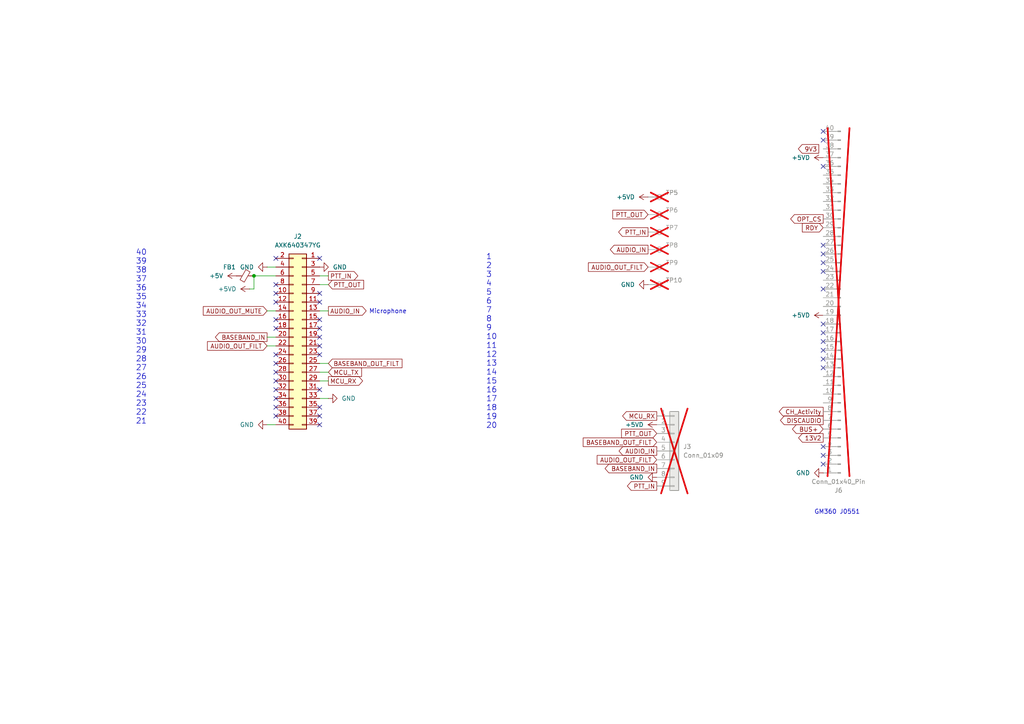
<source format=kicad_sch>
(kicad_sch (version 20250114) (generator "eeschema") (generator_version "9.0")
  (paper "A4")
  (title_block (title "Micro17 - OpenRTX on a Module for ICOM radios") (date "13.06.2025") (rev "A") (company "Wojciech SP5WWP, Mano ON6RF, Mutlu TA1MD et al.") (comment 1 "M17 Project, OpenRTX"))
  (lib_symbols
    (symbol "Connector:Conn_01x40_Pin" (pin_names (offset 1.016) (hide yes))
      (property "Reference" "J" (at 0 50.8 0))
      (property "Value" "Conn_01x40_Pin" (at 0 -53.34 0))
      (symbol "Conn_01x40_Pin_1_1"
        (rectangle (start 0.8636 48.387) (end 0 48.133) (stroke (width 0.1524)) (fill (type outline)))
        (rectangle (start 0.8636 45.847) (end 0 45.593) (stroke (width 0.1524)) (fill (type outline)))
        (rectangle (start 0.8636 43.307) (end 0 43.053) (stroke (width 0.1524)) (fill (type outline)))
        (rectangle (start 0.8636 40.767) (end 0 40.513) (stroke (width 0.1524)) (fill (type outline)))
        (rectangle (start 0.8636 38.227) (end 0 37.973) (stroke (width 0.1524)) (fill (type outline)))
        (rectangle (start 0.8636 35.687) (end 0 35.433) (stroke (width 0.1524)) (fill (type outline)))
        (rectangle (start 0.8636 33.147) (end 0 32.893) (stroke (width 0.1524)) (fill (type outline)))
        (rectangle (start 0.8636 30.607) (end 0 30.353) (stroke (width 0.1524)) (fill (type outline)))
        (rectangle (start 0.8636 28.067) (end 0 27.813) (stroke (width 0.1524)) (fill (type outline)))
        (rectangle (start 0.8636 25.527) (end 0 25.273) (stroke (width 0.1524)) (fill (type outline)))
        (rectangle (start 0.8636 22.987) (end 0 22.733) (stroke (width 0.1524)) (fill (type outline)))
        (rectangle (start 0.8636 20.447) (end 0 20.193) (stroke (width 0.1524)) (fill (type outline)))
        (rectangle (start 0.8636 17.907) (end 0 17.653) (stroke (width 0.1524)) (fill (type outline)))
        (rectangle (start 0.8636 15.367) (end 0 15.113) (stroke (width 0.1524)) (fill (type outline)))
        (rectangle (start 0.8636 12.827) (end 0 12.573) (stroke (width 0.1524)) (fill (type outline)))
        (rectangle (start 0.8636 10.287) (end 0 10.033) (stroke (width 0.1524)) (fill (type outline)))
        (rectangle (start 0.8636 7.747) (end 0 7.493) (stroke (width 0.1524)) (fill (type outline)))
        (rectangle (start 0.8636 5.207) (end 0 4.953) (stroke (width 0.1524)) (fill (type outline)))
        (rectangle (start 0.8636 2.667) (end 0 2.413) (stroke (width 0.1524)) (fill (type outline)))
        (rectangle (start 0.8636 0.127) (end 0 -0.127) (stroke (width 0.1524)) (fill (type outline)))
        (rectangle (start 0.8636 -2.413) (end 0 -2.667) (stroke (width 0.1524)) (fill (type outline)))
        (rectangle (start 0.8636 -4.953) (end 0 -5.207) (stroke (width 0.1524)) (fill (type outline)))
        (rectangle (start 0.8636 -7.493) (end 0 -7.747) (stroke (width 0.1524)) (fill (type outline)))
        (rectangle (start 0.8636 -10.033) (end 0 -10.287) (stroke (width 0.1524)) (fill (type outline)))
        (rectangle (start 0.8636 -12.573) (end 0 -12.827) (stroke (width 0.1524)) (fill (type outline)))
        (rectangle (start 0.8636 -15.113) (end 0 -15.367) (stroke (width 0.1524)) (fill (type outline)))
        (rectangle (start 0.8636 -17.653) (end 0 -17.907) (stroke (width 0.1524)) (fill (type outline)))
        (rectangle (start 0.8636 -20.193) (end 0 -20.447) (stroke (width 0.1524)) (fill (type outline)))
        (rectangle (start 0.8636 -22.733) (end 0 -22.987) (stroke (width 0.1524)) (fill (type outline)))
        (rectangle (start 0.8636 -25.273) (end 0 -25.527) (stroke (width 0.1524)) (fill (type outline)))
        (rectangle (start 0.8636 -27.813) (end 0 -28.067) (stroke (width 0.1524)) (fill (type outline)))
        (rectangle (start 0.8636 -30.353) (end 0 -30.607) (stroke (width 0.1524)) (fill (type outline)))
        (rectangle (start 0.8636 -32.893) (end 0 -33.147) (stroke (width 0.1524)) (fill (type outline)))
        (rectangle (start 0.8636 -35.433) (end 0 -35.687) (stroke (width 0.1524)) (fill (type outline)))
        (rectangle (start 0.8636 -37.973) (end 0 -38.227) (stroke (width 0.1524)) (fill (type outline)))
        (rectangle (start 0.8636 -40.513) (end 0 -40.767) (stroke (width 0.1524)) (fill (type outline)))
        (rectangle (start 0.8636 -43.053) (end 0 -43.307) (stroke (width 0.1524)) (fill (type outline)))
        (rectangle (start 0.8636 -45.593) (end 0 -45.847) (stroke (width 0.1524)) (fill (type outline)))
        (rectangle (start 0.8636 -48.133) (end 0 -48.387) (stroke (width 0.1524)) (fill (type outline)))
        (rectangle (start 0.8636 -50.673) (end 0 -50.927) (stroke (width 0.1524)) (fill (type outline)))
        (polyline (pts (xy 1.27 48.26) (xy 0.8636 48.26)) (stroke (width 0.1524)))
        (polyline (pts (xy 1.27 45.72) (xy 0.8636 45.72)) (stroke (width 0.1524)))
        (polyline (pts (xy 1.27 43.18) (xy 0.8636 43.18)) (stroke (width 0.1524)))
        (polyline (pts (xy 1.27 40.64) (xy 0.8636 40.64)) (stroke (width 0.1524)))
        (polyline (pts (xy 1.27 38.1) (xy 0.8636 38.1)) (stroke (width 0.1524)))
        (polyline (pts (xy 1.27 35.56) (xy 0.8636 35.56)) (stroke (width 0.1524)))
        (polyline (pts (xy 1.27 33.02) (xy 0.8636 33.02)) (stroke (width 0.1524)))
        (polyline (pts (xy 1.27 30.48) (xy 0.8636 30.48)) (stroke (width 0.1524)))
        (polyline (pts (xy 1.27 27.94) (xy 0.8636 27.94)) (stroke (width 0.1524)))
        (polyline (pts (xy 1.27 25.4) (xy 0.8636 25.4)) (stroke (width 0.1524)))
        (polyline (pts (xy 1.27 22.86) (xy 0.8636 22.86)) (stroke (width 0.1524)))
        (polyline (pts (xy 1.27 20.32) (xy 0.8636 20.32)) (stroke (width 0.1524)))
        (polyline (pts (xy 1.27 17.78) (xy 0.8636 17.78)) (stroke (width 0.1524)))
        (polyline (pts (xy 1.27 15.24) (xy 0.8636 15.24)) (stroke (width 0.1524)))
        (polyline (pts (xy 1.27 12.7) (xy 0.8636 12.7)) (stroke (width 0.1524)))
        (polyline (pts (xy 1.27 10.16) (xy 0.8636 10.16)) (stroke (width 0.1524)))
        (polyline (pts (xy 1.27 7.62) (xy 0.8636 7.62)) (stroke (width 0.1524)))
        (polyline (pts (xy 1.27 5.08) (xy 0.8636 5.08)) (stroke (width 0.1524)))
        (polyline (pts (xy 1.27 2.54) (xy 0.8636 2.54)) (stroke (width 0.1524)))
        (polyline (pts (xy 1.27 0) (xy 0.8636 0)) (stroke (width 0.1524)))
        (polyline (pts (xy 1.27 -2.54) (xy 0.8636 -2.54)) (stroke (width 0.1524)))
        (polyline (pts (xy 1.27 -5.08) (xy 0.8636 -5.08)) (stroke (width 0.1524)))
        (polyline (pts (xy 1.27 -7.62) (xy 0.8636 -7.62)) (stroke (width 0.1524)))
        (polyline (pts (xy 1.27 -10.16) (xy 0.8636 -10.16)) (stroke (width 0.1524)))
        (polyline (pts (xy 1.27 -12.7) (xy 0.8636 -12.7)) (stroke (width 0.1524)))
        (polyline (pts (xy 1.27 -15.24) (xy 0.8636 -15.24)) (stroke (width 0.1524)))
        (polyline (pts (xy 1.27 -17.78) (xy 0.8636 -17.78)) (stroke (width 0.1524)))
        (polyline (pts (xy 1.27 -20.32) (xy 0.8636 -20.32)) (stroke (width 0.1524)))
        (polyline (pts (xy 1.27 -22.86) (xy 0.8636 -22.86)) (stroke (width 0.1524)))
        (polyline (pts (xy 1.27 -25.4) (xy 0.8636 -25.4)) (stroke (width 0.1524)))
        (polyline (pts (xy 1.27 -27.94) (xy 0.8636 -27.94)) (stroke (width 0.1524)))
        (polyline (pts (xy 1.27 -30.48) (xy 0.8636 -30.48)) (stroke (width 0.1524)))
        (polyline (pts (xy 1.27 -33.02) (xy 0.8636 -33.02)) (stroke (width 0.1524)))
        (polyline (pts (xy 1.27 -35.56) (xy 0.8636 -35.56)) (stroke (width 0.1524)))
        (polyline (pts (xy 1.27 -38.1) (xy 0.8636 -38.1)) (stroke (width 0.1524)))
        (polyline (pts (xy 1.27 -40.64) (xy 0.8636 -40.64)) (stroke (width 0.1524)))
        (polyline (pts (xy 1.27 -43.18) (xy 0.8636 -43.18)) (stroke (width 0.1524)))
        (polyline (pts (xy 1.27 -45.72) (xy 0.8636 -45.72)) (stroke (width 0.1524)))
        (polyline (pts (xy 1.27 -48.26) (xy 0.8636 -48.26)) (stroke (width 0.1524)))
        (polyline (pts (xy 1.27 -50.8) (xy 0.8636 -50.8)) (stroke (width 0.1524)))
        (pin passive line (at 5.08 48.26 180) (length 3.81) (name "Pin_1") (number "1"))
        (pin passive line (at 5.08 45.72 180) (length 3.81) (name "Pin_2") (number "2"))
        (pin passive line (at 5.08 43.18 180) (length 3.81) (name "Pin_3") (number "3"))
        (pin passive line (at 5.08 40.64 180) (length 3.81) (name "Pin_4") (number "4"))
        (pin passive line (at 5.08 38.1 180) (length 3.81) (name "Pin_5") (number "5"))
        (pin passive line (at 5.08 35.56 180) (length 3.81) (name "Pin_6") (number "6"))
        (pin passive line (at 5.08 33.02 180) (length 3.81) (name "Pin_7") (number "7"))
        (pin passive line (at 5.08 30.48 180) (length 3.81) (name "Pin_8") (number "8"))
        (pin passive line (at 5.08 27.94 180) (length 3.81) (name "Pin_9") (number "9"))
        (pin passive line (at 5.08 25.4 180) (length 3.81) (name "Pin_10") (number "10"))
        (pin passive line (at 5.08 22.86 180) (length 3.81) (name "Pin_11") (number "11"))
        (pin passive line (at 5.08 20.32 180) (length 3.81) (name "Pin_12") (number "12"))
        (pin passive line (at 5.08 17.78 180) (length 3.81) (name "Pin_13") (number "13"))
        (pin passive line (at 5.08 15.24 180) (length 3.81) (name "Pin_14") (number "14"))
        (pin passive line (at 5.08 12.7 180) (length 3.81) (name "Pin_15") (number "15"))
        (pin passive line (at 5.08 10.16 180) (length 3.81) (name "Pin_16") (number "16"))
        (pin passive line (at 5.08 7.62 180) (length 3.81) (name "Pin_17") (number "17"))
        (pin passive line (at 5.08 5.08 180) (length 3.81) (name "Pin_18") (number "18"))
        (pin passive line (at 5.08 2.54 180) (length 3.81) (name "Pin_19") (number "19"))
        (pin passive line (at 5.08 0 180) (length 3.81) (name "Pin_20") (number "20"))
        (pin passive line (at 5.08 -2.54 180) (length 3.81) (name "Pin_21") (number "21"))
        (pin passive line (at 5.08 -5.08 180) (length 3.81) (name "Pin_22") (number "22"))
        (pin passive line (at 5.08 -7.62 180) (length 3.81) (name "Pin_23") (number "23"))
        (pin passive line (at 5.08 -10.16 180) (length 3.81) (name "Pin_24") (number "24"))
        (pin passive line (at 5.08 -12.7 180) (length 3.81) (name "Pin_25") (number "25"))
        (pin passive line (at 5.08 -15.24 180) (length 3.81) (name "Pin_26") (number "26"))
        (pin passive line (at 5.08 -17.78 180) (length 3.81) (name "Pin_27") (number "27"))
        (pin passive line (at 5.08 -20.32 180) (length 3.81) (name "Pin_28") (number "28"))
        (pin passive line (at 5.08 -22.86 180) (length 3.81) (name "Pin_29") (number "29"))
        (pin passive line (at 5.08 -25.4 180) (length 3.81) (name "Pin_30") (number "30"))
        (pin passive line (at 5.08 -27.94 180) (length 3.81) (name "Pin_31") (number "31"))
        (pin passive line (at 5.08 -30.48 180) (length 3.81) (name "Pin_32") (number "32"))
        (pin passive line (at 5.08 -33.02 180) (length 3.81) (name "Pin_33") (number "33"))
        (pin passive line (at 5.08 -35.56 180) (length 3.81) (name "Pin_34") (number "34"))
        (pin passive line (at 5.08 -38.1 180) (length 3.81) (name "Pin_35") (number "35"))
        (pin passive line (at 5.08 -40.64 180) (length 3.81) (name "Pin_36") (number "36"))
        (pin passive line (at 5.08 -43.18 180) (length 3.81) (name "Pin_37") (number "37"))
        (pin passive line (at 5.08 -45.72 180) (length 3.81) (name "Pin_38") (number "38"))
        (pin passive line (at 5.08 -48.26 180) (length 3.81) (name "Pin_39") (number "39"))
        (pin passive line (at 5.08 -50.8 180) (length 3.81) (name "Pin_40") (number "40"))
      )
    )
    (symbol "Connector:TestPoint" (pin_numbers (hide yes)) (pin_names (offset 0.762) (hide yes))
      (property "Reference" "TP" (at 0 6.858 0))
      (property "Value" "TestPoint" (at 0 5.08 0))
      (symbol "TestPoint_0_1"
        (circle (center 0 3.302) (radius 0.762))
      )
      (symbol "TestPoint_1_1"
        (pin passive line (at 0 0 90) (length 2.54) (name "1") (number "1"))
      )
    )
    (symbol "Connector_Generic:Conn_01x09" (pin_names (offset 1.016) (hide yes))
      (property "Reference" "J" (at 0 12.7 0))
      (property "Value" "Conn_01x09" (at 0 -12.7 0))
      (symbol "Conn_01x09_1_1"
        (rectangle (start -1.27 11.43) (end 1.27 -11.43) (stroke (width 0.254)) (fill (type background)))
        (rectangle (start -1.27 10.287) (end 0 10.033) (stroke (width 0.1524)))
        (rectangle (start -1.27 7.747) (end 0 7.493) (stroke (width 0.1524)))
        (rectangle (start -1.27 5.207) (end 0 4.953) (stroke (width 0.1524)))
        (rectangle (start -1.27 2.667) (end 0 2.413) (stroke (width 0.1524)))
        (rectangle (start -1.27 0.127) (end 0 -0.127) (stroke (width 0.1524)))
        (rectangle (start -1.27 -2.413) (end 0 -2.667) (stroke (width 0.1524)))
        (rectangle (start -1.27 -4.953) (end 0 -5.207) (stroke (width 0.1524)))
        (rectangle (start -1.27 -7.493) (end 0 -7.747) (stroke (width 0.1524)))
        (rectangle (start -1.27 -10.033) (end 0 -10.287) (stroke (width 0.1524)))
        (pin passive line (at -5.08 10.16 0) (length 3.81) (name "Pin_1") (number "1"))
        (pin passive line (at -5.08 7.62 0) (length 3.81) (name "Pin_2") (number "2"))
        (pin passive line (at -5.08 5.08 0) (length 3.81) (name "Pin_3") (number "3"))
        (pin passive line (at -5.08 2.54 0) (length 3.81) (name "Pin_4") (number "4"))
        (pin passive line (at -5.08 0 0) (length 3.81) (name "Pin_5") (number "5"))
        (pin passive line (at -5.08 -2.54 0) (length 3.81) (name "Pin_6") (number "6"))
        (pin passive line (at -5.08 -5.08 0) (length 3.81) (name "Pin_7") (number "7"))
        (pin passive line (at -5.08 -7.62 0) (length 3.81) (name "Pin_8") (number "8"))
        (pin passive line (at -5.08 -10.16 0) (length 3.81) (name "Pin_9") (number "9"))
      )
    )
    (symbol "Connector_Generic:Conn_02x20_Odd_Even" (pin_names (offset 1.016) (hide yes))
      (property "Reference" "J" (at 1.27 25.4 0))
      (property "Value" "Conn_02x20_Odd_Even" (at 1.27 -27.94 0))
      (symbol "Conn_02x20_Odd_Even_1_1"
        (rectangle (start -1.27 24.13) (end 3.81 -26.67) (stroke (width 0.254)) (fill (type background)))
        (rectangle (start -1.27 22.987) (end 0 22.733) (stroke (width 0.1524)))
        (rectangle (start -1.27 20.447) (end 0 20.193) (stroke (width 0.1524)))
        (rectangle (start -1.27 17.907) (end 0 17.653) (stroke (width 0.1524)))
        (rectangle (start -1.27 15.367) (end 0 15.113) (stroke (width 0.1524)))
        (rectangle (start -1.27 12.827) (end 0 12.573) (stroke (width 0.1524)))
        (rectangle (start -1.27 10.287) (end 0 10.033) (stroke (width 0.1524)))
        (rectangle (start -1.27 7.747) (end 0 7.493) (stroke (width 0.1524)))
        (rectangle (start -1.27 5.207) (end 0 4.953) (stroke (width 0.1524)))
        (rectangle (start -1.27 2.667) (end 0 2.413) (stroke (width 0.1524)))
        (rectangle (start -1.27 0.127) (end 0 -0.127) (stroke (width 0.1524)))
        (rectangle (start -1.27 -2.413) (end 0 -2.667) (stroke (width 0.1524)))
        (rectangle (start -1.27 -4.953) (end 0 -5.207) (stroke (width 0.1524)))
        (rectangle (start -1.27 -7.493) (end 0 -7.747) (stroke (width 0.1524)))
        (rectangle (start -1.27 -10.033) (end 0 -10.287) (stroke (width 0.1524)))
        (rectangle (start -1.27 -12.573) (end 0 -12.827) (stroke (width 0.1524)))
        (rectangle (start -1.27 -15.113) (end 0 -15.367) (stroke (width 0.1524)))
        (rectangle (start -1.27 -17.653) (end 0 -17.907) (stroke (width 0.1524)))
        (rectangle (start -1.27 -20.193) (end 0 -20.447) (stroke (width 0.1524)))
        (rectangle (start -1.27 -22.733) (end 0 -22.987) (stroke (width 0.1524)))
        (rectangle (start -1.27 -25.273) (end 0 -25.527) (stroke (width 0.1524)))
        (rectangle (start 3.81 22.987) (end 2.54 22.733) (stroke (width 0.1524)))
        (rectangle (start 3.81 20.447) (end 2.54 20.193) (stroke (width 0.1524)))
        (rectangle (start 3.81 17.907) (end 2.54 17.653) (stroke (width 0.1524)))
        (rectangle (start 3.81 15.367) (end 2.54 15.113) (stroke (width 0.1524)))
        (rectangle (start 3.81 12.827) (end 2.54 12.573) (stroke (width 0.1524)))
        (rectangle (start 3.81 10.287) (end 2.54 10.033) (stroke (width 0.1524)))
        (rectangle (start 3.81 7.747) (end 2.54 7.493) (stroke (width 0.1524)))
        (rectangle (start 3.81 5.207) (end 2.54 4.953) (stroke (width 0.1524)))
        (rectangle (start 3.81 2.667) (end 2.54 2.413) (stroke (width 0.1524)))
        (rectangle (start 3.81 0.127) (end 2.54 -0.127) (stroke (width 0.1524)))
        (rectangle (start 3.81 -2.413) (end 2.54 -2.667) (stroke (width 0.1524)))
        (rectangle (start 3.81 -4.953) (end 2.54 -5.207) (stroke (width 0.1524)))
        (rectangle (start 3.81 -7.493) (end 2.54 -7.747) (stroke (width 0.1524)))
        (rectangle (start 3.81 -10.033) (end 2.54 -10.287) (stroke (width 0.1524)))
        (rectangle (start 3.81 -12.573) (end 2.54 -12.827) (stroke (width 0.1524)))
        (rectangle (start 3.81 -15.113) (end 2.54 -15.367) (stroke (width 0.1524)))
        (rectangle (start 3.81 -17.653) (end 2.54 -17.907) (stroke (width 0.1524)))
        (rectangle (start 3.81 -20.193) (end 2.54 -20.447) (stroke (width 0.1524)))
        (rectangle (start 3.81 -22.733) (end 2.54 -22.987) (stroke (width 0.1524)))
        (rectangle (start 3.81 -25.273) (end 2.54 -25.527) (stroke (width 0.1524)))
        (pin passive line (at -5.08 22.86 0) (length 3.81) (name "Pin_1") (number "1"))
        (pin passive line (at -5.08 20.32 0) (length 3.81) (name "Pin_3") (number "3"))
        (pin passive line (at -5.08 17.78 0) (length 3.81) (name "Pin_5") (number "5"))
        (pin passive line (at -5.08 15.24 0) (length 3.81) (name "Pin_7") (number "7"))
        (pin passive line (at -5.08 12.7 0) (length 3.81) (name "Pin_9") (number "9"))
        (pin passive line (at -5.08 10.16 0) (length 3.81) (name "Pin_11") (number "11"))
        (pin passive line (at -5.08 7.62 0) (length 3.81) (name "Pin_13") (number "13"))
        (pin passive line (at -5.08 5.08 0) (length 3.81) (name "Pin_15") (number "15"))
        (pin passive line (at -5.08 2.54 0) (length 3.81) (name "Pin_17") (number "17"))
        (pin passive line (at -5.08 0 0) (length 3.81) (name "Pin_19") (number "19"))
        (pin passive line (at -5.08 -2.54 0) (length 3.81) (name "Pin_21") (number "21"))
        (pin passive line (at -5.08 -5.08 0) (length 3.81) (name "Pin_23") (number "23"))
        (pin passive line (at -5.08 -7.62 0) (length 3.81) (name "Pin_25") (number "25"))
        (pin passive line (at -5.08 -10.16 0) (length 3.81) (name "Pin_27") (number "27"))
        (pin passive line (at -5.08 -12.7 0) (length 3.81) (name "Pin_29") (number "29"))
        (pin passive line (at -5.08 -15.24 0) (length 3.81) (name "Pin_31") (number "31"))
        (pin passive line (at -5.08 -17.78 0) (length 3.81) (name "Pin_33") (number "33"))
        (pin passive line (at -5.08 -20.32 0) (length 3.81) (name "Pin_35") (number "35"))
        (pin passive line (at -5.08 -22.86 0) (length 3.81) (name "Pin_37") (number "37"))
        (pin passive line (at -5.08 -25.4 0) (length 3.81) (name "Pin_39") (number "39"))
        (pin passive line (at 7.62 22.86 180) (length 3.81) (name "Pin_2") (number "2"))
        (pin passive line (at 7.62 20.32 180) (length 3.81) (name "Pin_4") (number "4"))
        (pin passive line (at 7.62 17.78 180) (length 3.81) (name "Pin_6") (number "6"))
        (pin passive line (at 7.62 15.24 180) (length 3.81) (name "Pin_8") (number "8"))
        (pin passive line (at 7.62 12.7 180) (length 3.81) (name "Pin_10") (number "10"))
        (pin passive line (at 7.62 10.16 180) (length 3.81) (name "Pin_12") (number "12"))
        (pin passive line (at 7.62 7.62 180) (length 3.81) (name "Pin_14") (number "14"))
        (pin passive line (at 7.62 5.08 180) (length 3.81) (name "Pin_16") (number "16"))
        (pin passive line (at 7.62 2.54 180) (length 3.81) (name "Pin_18") (number "18"))
        (pin passive line (at 7.62 0 180) (length 3.81) (name "Pin_20") (number "20"))
        (pin passive line (at 7.62 -2.54 180) (length 3.81) (name "Pin_22") (number "22"))
        (pin passive line (at 7.62 -5.08 180) (length 3.81) (name "Pin_24") (number "24"))
        (pin passive line (at 7.62 -7.62 180) (length 3.81) (name "Pin_26") (number "26"))
        (pin passive line (at 7.62 -10.16 180) (length 3.81) (name "Pin_28") (number "28"))
        (pin passive line (at 7.62 -12.7 180) (length 3.81) (name "Pin_30") (number "30"))
        (pin passive line (at 7.62 -15.24 180) (length 3.81) (name "Pin_32") (number "32"))
        (pin passive line (at 7.62 -17.78 180) (length 3.81) (name "Pin_34") (number "34"))
        (pin passive line (at 7.62 -20.32 180) (length 3.81) (name "Pin_36") (number "36"))
        (pin passive line (at 7.62 -22.86 180) (length 3.81) (name "Pin_38") (number "38"))
        (pin passive line (at 7.62 -25.4 180) (length 3.81) (name "Pin_40") (number "40"))
      )
    )
    (symbol "Device:FerriteBead_Small" (pin_numbers (hide yes)) (pin_names (offset 0))
      (property "Reference" "FB" (at 1.905 1.27 0))
      (property "Value" "FerriteBead_Small" (at 1.905 -1.27 0))
      (symbol "FerriteBead_Small_0_1"
        (polyline (pts (xy -1.8288 0.2794) (xy -1.1176 1.4986) (xy 1.8288 -0.2032) (xy 1.1176 -1.4224) (xy -1.8288 0.2794)))
        (polyline (pts (xy 0 0.889) (xy 0 1.2954)))
        (polyline (pts (xy 0 -1.27) (xy 0 -0.7874)))
      )
      (symbol "FerriteBead_Small_1_1"
        (pin passive line (at 0 2.54 270) (length 1.27) (name "~") (number "1"))
        (pin passive line (at 0 -2.54 90) (length 1.27) (name "~") (number "2"))
      )
    )
    (symbol "GND_1" (power) (pin_numbers (hide yes)) (pin_names (offset 0) (hide yes))
      (property "Value" "GND" (at 0 -3.81 0))
      (symbol "GND_1_0_1"
        (polyline (pts (xy 0 0) (xy 0 -1.27) (xy 1.27 -1.27) (xy 0 -2.54) (xy -1.27 -1.27) (xy 0 -1.27)))
      )
      (symbol "GND_1_1_1"
        (pin power_in line (at 0 0 270) (length 0) (name "~") (number "1"))
      )
    )
    (symbol "power:+5V" (power) (pin_numbers (hide yes)) (pin_names (offset 0) (hide yes))
      (property "Value" "+5V" (at 0 3.556 0))
      (symbol "+5V_0_1"
        (polyline (pts (xy -0.762 1.27) (xy 0 2.54)))
        (polyline (pts (xy 0 2.54) (xy 0.762 1.27)))
        (polyline (pts (xy 0 0) (xy 0 2.54)))
      )
      (symbol "+5V_1_1"
        (pin power_in line (at 0 0 90) (length 0) (name "~") (number "1"))
      )
    )
    (symbol "power:+5VD" (power) (pin_numbers (hide yes)) (pin_names (offset 0) (hide yes))
      (property "Value" "+5VD" (at 0 3.556 0))
      (symbol "+5VD_0_1"
        (polyline (pts (xy -0.762 1.27) (xy 0 2.54)))
        (polyline (pts (xy 0 2.54) (xy 0.762 1.27)))
        (polyline (pts (xy 0 0) (xy 0 2.54)))
      )
      (symbol "+5VD_1_1"
        (pin power_in line (at 0 0 90) (length 0) (name "~") (number "1"))
      )
    )
  )
  (text "GM360 J0551" (at 242.824 148.59 0) (effects (font (size 1.27 1.27))))
  (text "Microphone" (at 112.522 90.424 0) (effects (font (size 1.27 1.27))))
  (text "40\n39\n38\n37\n36\n35\n34\n33\n32\n31\n30\n29\n28\n27\n26\n25\n24\n23\n22\n21" (at 39.37 123.19 0) (effects (font (size 1.6 1.6)) (justify left bottom)))
  (text "1\n2\n3\n4\n5\n6\n7\n8\n9\n10\n11\n12\n13\n14\n15\n16\n17\n18\n19\n20" (at 140.97 124.46 0) (effects (font (size 1.6 1.6)) (justify left bottom)))
  (junction (at 73.66 80.01))
  (no_connect (at 238.76 73.66))
  (no_connect (at 92.71 118.11))
  (no_connect (at 92.71 95.25))
  (no_connect (at 238.76 78.74))
  (no_connect (at 238.76 71.12))
  (no_connect (at 238.76 104.14))
  (no_connect (at 80.01 110.49))
  (no_connect (at 80.01 74.93))
  (no_connect (at 80.01 87.63))
  (no_connect (at 238.76 106.68))
  (no_connect (at 80.01 115.57))
  (no_connect (at 238.76 134.62))
  (no_connect (at 80.01 85.09))
  (no_connect (at 92.71 87.63))
  (no_connect (at 238.76 83.82))
  (no_connect (at 92.71 120.65))
  (no_connect (at 92.71 102.87))
  (no_connect (at 238.76 132.08))
  (no_connect (at 238.76 40.64))
  (no_connect (at 238.76 96.52))
  (no_connect (at 92.71 123.19))
  (no_connect (at 80.01 102.87))
  (no_connect (at 238.76 99.06))
  (no_connect (at 92.71 100.33))
  (no_connect (at 92.71 113.03))
  (no_connect (at 80.01 118.11))
  (no_connect (at 80.01 105.41))
  (no_connect (at 238.76 76.2))
  (no_connect (at 92.71 92.71))
  (no_connect (at 238.76 101.6))
  (no_connect (at 80.01 95.25))
  (no_connect (at 92.71 74.93))
  (no_connect (at 92.71 97.79))
  (no_connect (at 92.71 85.09))
  (no_connect (at 238.76 38.1))
  (no_connect (at 80.01 120.65))
  (no_connect (at 238.76 48.26))
  (no_connect (at 80.01 113.03))
  (no_connect (at 238.76 93.98))
  (no_connect (at 80.01 82.55))
  (no_connect (at 80.01 92.71))
  (no_connect (at 80.01 107.95))
  (no_connect (at 238.76 129.54))
  (wire (pts (xy 77.47 97.79) (xy 80.01 97.79)))
  (wire (pts (xy 95.25 90.17) (xy 92.71 90.17)))
  (wire (pts (xy 72.39 83.82) (xy 73.66 83.82)))
  (wire (pts (xy 73.66 80.01) (xy 80.01 80.01)))
  (wire (pts (xy 95.25 110.49) (xy 92.71 110.49)))
  (wire (pts (xy 95.25 80.01) (xy 92.71 80.01)))
  (wire (pts (xy 77.47 100.33) (xy 80.01 100.33)))
  (wire (pts (xy 73.66 83.82) (xy 73.66 80.01)))
  (wire (pts (xy 95.25 107.95) (xy 92.71 107.95)))
  (wire (pts (xy 95.25 82.55) (xy 92.71 82.55)))
  (wire (pts (xy 95.25 105.41) (xy 92.71 105.41)))
  (wire (pts (xy 77.47 123.19) (xy 80.01 123.19)))
  (wire (pts (xy 77.47 90.17) (xy 80.01 90.17)))
  (wire (pts (xy 77.47 77.47) (xy 80.01 77.47)))
  (wire (pts (xy 95.25 115.57) (xy 92.71 115.57)))
  (global_label "AUDIO_IN" (shape output) (at 95.25 90.17 0) (property "Intersheetrefs" "${INTERSHEET_REFS}" (effects (hide yes))))
  (global_label "PTT_OUT" (shape input) (at 190.5 125.73 180) (property "Intersheetrefs" "${INTERSHEET_REFS}" (effects (hide yes))))
  (global_label "PTT_IN" (shape output) (at 187.96 67.31 180) (property "Intersheetrefs" "${INTERSHEET_REFS}" (effects (hide yes))))
  (global_label "BASEBAND_IN" (shape output) (at 190.5 135.89 180) (property "Intersheetrefs" "${INTERSHEET_REFS}" (effects (hide yes))))
  (global_label "MCU_RX" (shape output) (at 95.25 110.49 0) (property "Intersheetrefs" "${INTERSHEET_REFS}" (effects (hide yes))))
  (global_label "PTT_OUT" (shape input) (at 95.25 82.55 0) (property "Intersheetrefs" "${INTERSHEET_REFS}" (effects (hide yes))))
  (global_label "AUDIO_OUT_MUTE" (shape input) (at 77.47 90.17 180) (property "Intersheetrefs" "${INTERSHEET_REFS}" (effects (hide yes))))
  (global_label "MCU_RX" (shape output) (at 190.5 120.65 180) (property "Intersheetrefs" "${INTERSHEET_REFS}" (effects (hide yes))))
  (global_label "PTT_IN" (shape output) (at 190.5 140.97 180) (property "Intersheetrefs" "${INTERSHEET_REFS}" (effects (hide yes))))
  (global_label "DISCAUDIO" (shape output) (at 238.76 121.92 180) (property "Intersheetrefs" "${INTERSHEET_REFS}" (effects (hide yes))))
  (global_label "13V2" (shape output) (at 238.76 127 180) (property "Intersheetrefs" "${INTERSHEET_REFS}" (effects (hide yes))))
  (global_label "BUS+" (shape bidirectional) (at 238.76 124.46 180) (property "Intersheetrefs" "${INTERSHEET_REFS}" (effects (hide yes))))
  (global_label "PTT_OUT" (shape input) (at 187.96 62.23 180) (property "Intersheetrefs" "${INTERSHEET_REFS}" (effects (hide yes))))
  (global_label "CH_Activity" (shape output) (at 238.76 119.38 180) (property "Intersheetrefs" "${INTERSHEET_REFS}" (effects (hide yes))))
  (global_label "AUDIO_OUT_FILT" (shape input) (at 77.47 100.33 180) (property "Intersheetrefs" "${INTERSHEET_REFS}" (effects (hide yes))))
  (global_label "OPT_CS" (shape output) (at 238.76 63.5 180) (property "Intersheetrefs" "${INTERSHEET_REFS}" (effects (hide yes))))
  (global_label "PTT_IN" (shape output) (at 95.25 80.01 0) (property "Intersheetrefs" "${INTERSHEET_REFS}" (effects (hide yes))))
  (global_label "BASEBAND_IN" (shape output) (at 77.47 97.79 180) (property "Intersheetrefs" "${INTERSHEET_REFS}" (effects (hide yes))))
  (global_label "AUDIO_IN" (shape output) (at 187.96 72.39 180) (property "Intersheetrefs" "${INTERSHEET_REFS}" (effects (hide yes))))
  (global_label "BASEBAND_OUT_FILT" (shape input) (at 95.25 105.41 0) (property "Intersheetrefs" "${INTERSHEET_REFS}" (effects (hide yes))))
  (global_label "AUDIO_OUT_FILT" (shape input) (at 190.5 133.35 180) (property "Intersheetrefs" "${INTERSHEET_REFS}" (effects (hide yes))))
  (global_label "MCU_TX" (shape input) (at 95.25 107.95 0) (property "Intersheetrefs" "${INTERSHEET_REFS}" (effects (hide yes))))
  (global_label "RDY" (shape input) (at 238.76 66.04 180) (property "Intersheetrefs" "${INTERSHEET_REFS}" (effects (hide yes))))
  (global_label "BASEBAND_OUT_FILT" (shape input) (at 190.5 128.27 180) (property "Intersheetrefs" "${INTERSHEET_REFS}" (effects (hide yes))))
  (global_label "9V3" (shape output) (at 237.49 43.18 180) (property "Intersheetrefs" "${INTERSHEET_REFS}" (effects (hide yes))))
  (global_label "AUDIO_IN" (shape output) (at 190.5 130.81 180) (property "Intersheetrefs" "${INTERSHEET_REFS}" (effects (hide yes))))
  (global_label "AUDIO_OUT_FILT" (shape input) (at 187.96 77.47 180) (property "Intersheetrefs" "${INTERSHEET_REFS}" (effects (hide yes))))
  (symbol (lib_id "power:+5V") (at 68.58 80.01 90) (unit 1)
    (property "Reference" "#PWR069" (effects (hide yes)))
    (property "Value" "+5V" (at 64.77 80.0099 90) (effects (justify left)))
    (property "Description" "Power symbol creates a global label with name \"+5V\"" (effects (hide yes)))
  )
  (symbol (lib_id "power:+5VD") (at 187.96 57.15 90) (unit 1)
    (property "Reference" "#PWR072" (effects (hide yes)))
    (property "Value" "+5VD" (at 184.15 57.1499 90) (effects (justify left)))
    (property "Description" "Power symbol creates a global label with name \"+5VD\"" (effects (hide yes)))
  )
  (symbol (lib_id "Connector:TestPoint") (at 187.96 62.23 270) (unit 1) (in_bom no) (dnp yes)
    (property "Reference" "TP6" (at 193.04 60.9599 90) (effects (justify left)))
    (property "Value" "GP" (effects (hide yes)))
    (property "Footprint" "TestPoint:TestPoint_Pad_D1.0mm" (effects (hide yes)))
  )
  (symbol (lib_id "Connector_Generic:Conn_01x09") (at 195.58 130.81 0) (unit 1) (exclude_from_sim yes) (in_bom no) (on_board no) (dnp yes)
    (property "Reference" "J3" (at 198.12 129.5399 0) (effects (justify left)))
    (property "Value" "Conn_01x09" (at 198.12 132.0799 0) (effects (justify left)))
    (property "Footprint" "Connector_PinSocket_2.00mm:PinSocket_1x09_P2.00mm_Horizontal" (effects (hide yes)))
    (property "Description" "Generic connector, single row, 01x09, script generated (kicad-library-utils/schlib/autogen/connector/)" (effects (hide yes)))
  )
  (symbol (lib_id "Connector:TestPoint") (at 187.96 57.15 270) (unit 1) (in_bom no) (dnp yes)
    (property "Reference" "TP5" (at 193.04 55.8799 90) (effects (justify left)))
    (property "Value" "GP" (effects (hide yes)))
    (property "Footprint" "TestPoint:TestPoint_Pad_D1.0mm" (effects (hide yes)))
  )
  (symbol (lib_id "Connector_Generic:Conn_02x20_Odd_Even") (at 87.63 97.79 0) (mirror y) (unit 1)
    (property "Reference" "J2" (at 86.36 68.58 0))
    (property "Value" "AXK640347YG" (at 86.36 71.12 0))
    (property "Footprint" "micro17:AXK640347YG" (effects (hide yes)))
    (property "Datasheet" "https://componentsearchengine.com/Datasheets/1/AXK640347YG.pdf" (effects (hide yes)))
    (property "Description" "Generic connector, double row, 02x20, odd/even pin numbering scheme (row 1 odd numbers, row 2 even numbers), script generated (kicad-library-utils/schlib/autogen/connector/)" (effects (hide yes)))
    (property "LCSC" "C2936870" (effects (hide yes)))
    (property "MPN" "C2936870" (effects (hide yes)))
  )
  (symbol (lib_id "Connector:TestPoint") (at 187.96 72.39 270) (unit 1) (in_bom no) (dnp yes)
    (property "Reference" "TP8" (at 193.04 71.1199 90) (effects (justify left)))
    (property "Value" "GP" (effects (hide yes)))
    (property "Footprint" "TestPoint:TestPoint_Pad_D1.0mm" (effects (hide yes)))
  )
  (symbol (lib_id "power:+5VD") (at 238.76 91.44 90) (unit 1)
    (property "Reference" "#PWR064" (effects (hide yes)))
    (property "Value" "+5VD" (at 234.95 91.4399 90) (effects (justify left)))
    (property "Description" "Power symbol creates a global label with name \"+5VD\"" (effects (hide yes)))
  )
  (symbol (lib_name "GND_1") (lib_id "power:GND") (at 190.5 138.43 270) (unit 1)
    (property "Reference" "#PWR070" (effects (hide yes)))
    (property "Value" "GND" (at 186.69 138.4299 90) (effects (justify right)))
    (property "Description" "Power symbol creates a global label with name \"GND\" , ground" (effects (hide yes)))
  )
  (symbol (lib_id "Connector:TestPoint") (at 187.96 82.55 270) (unit 1) (in_bom no) (dnp yes)
    (property "Reference" "TP10" (at 193.04 81.2799 90) (effects (justify left)))
    (property "Value" "GP" (effects (hide yes)))
    (property "Footprint" "TestPoint:TestPoint_Pad_D1.0mm" (effects (hide yes)))
  )
  (symbol (lib_id "power:+5VD") (at 72.39 83.82 90) (unit 1)
    (property "Reference" "#PWR026" (effects (hide yes)))
    (property "Value" "+5VD" (at 68.58 83.8199 90) (effects (justify left)))
    (property "Description" "Power symbol creates a global label with name \"+5VD\"" (effects (hide yes)))
  )
  (symbol (lib_name "GND_1") (lib_id "power:GND") (at 187.96 82.55 270) (unit 1)
    (property "Reference" "#PWR073" (effects (hide yes)))
    (property "Value" "GND" (at 184.15 82.5499 90) (effects (justify right)))
    (property "Description" "Power symbol creates a global label with name \"GND\" , ground" (effects (hide yes)))
  )
  (symbol (lib_name "GND_1") (lib_id "power:GND") (at 95.25 115.57 90) (unit 1)
    (property "Reference" "#PWR067" (effects (hide yes)))
    (property "Value" "GND" (at 99.06 115.5701 90) (effects (justify right)))
    (property "Description" "Power symbol creates a global label with name \"GND\" , ground" (effects (hide yes)))
  )
  (symbol (lib_name "GND_1") (lib_id "power:GND") (at 77.47 123.19 270) (unit 1)
    (property "Reference" "#PWR071" (effects (hide yes)))
    (property "Value" "GND" (at 73.66 123.1899 90) (effects (justify right)))
    (property "Description" "Power symbol creates a global label with name \"GND\" , ground" (effects (hide yes)))
  )
  (symbol (lib_name "GND_1") (lib_id "power:GND") (at 238.76 137.16 270) (unit 1)
    (property "Reference" "#PWR065" (effects (hide yes)))
    (property "Value" "GND" (at 234.95 137.1599 90) (effects (justify right)))
    (property "Description" "Power symbol creates a global label with name \"GND\" , ground" (effects (hide yes)))
  )
  (symbol (lib_id "power:+5VD") (at 238.76 45.72 90) (unit 1)
    (property "Reference" "#PWR063" (effects (hide yes)))
    (property "Value" "+5VD" (at 234.95 45.7199 90) (effects (justify left)))
    (property "Description" "Power symbol creates a global label with name \"+5VD\"" (effects (hide yes)))
  )
  (symbol (lib_id "Connector:TestPoint") (at 187.96 77.47 270) (unit 1) (in_bom no) (dnp yes)
    (property "Reference" "TP9" (at 193.04 76.1999 90) (effects (justify left)))
    (property "Value" "GP" (effects (hide yes)))
    (property "Footprint" "TestPoint:TestPoint_Pad_D1.0mm" (effects (hide yes)))
  )
  (symbol (lib_id "Connector:Conn_01x40_Pin") (at 243.84 88.9 180) (unit 1) (exclude_from_sim yes) (in_bom no) (on_board no) (dnp yes)
    (property "Reference" "J6" (at 243.205 142.24 0))
    (property "Value" "Conn_01x40_Pin" (at 243.205 139.7 0))
    (property "Footprint" "Connector_FFC-FPC:Hirose_FH12-40S-0.5SH_1x40-1MP_P0.50mm_Horizontal" (effects (hide yes)))
    (property "Description" "Generic connector, single row, 01x40, script generated" (effects (hide yes)))
  )
  (symbol (lib_id "power:+5VD") (at 190.5 123.19 90) (unit 1)
    (property "Reference" "#PWR027" (effects (hide yes)))
    (property "Value" "+5VD" (at 186.69 123.1899 90) (effects (justify left)))
    (property "Description" "Power symbol creates a global label with name \"+5VD\"" (effects (hide yes)))
  )
  (symbol (lib_name "GND_1") (lib_id "power:GND") (at 77.47 77.47 270) (unit 1)
    (property "Reference" "#PWR068" (effects (hide yes)))
    (property "Value" "GND" (at 73.66 77.4699 90) (effects (justify right)))
    (property "Description" "Power symbol creates a global label with name \"GND\" , ground" (effects (hide yes)))
  )
  (symbol (lib_id "Device:FerriteBead_Small") (at 71.12 80.01 90) (unit 1)
    (property "Reference" "FB1" (at 66.548 77.47 90))
    (property "Value" "FerriteBead_Small" (effects (hide yes)))
    (property "Footprint" "Inductor_SMD:L_0603_1608Metric_Pad1.05x0.95mm_HandSolder" (effects (hide yes)))
    (property "Description" "Ferrite bead, small symbol" (effects (hide yes)))
    (property "LCSC" "C2971885" (effects (hide yes)))
    (property "MPN" "C2971885" (effects (hide yes)))
  )
  (symbol (lib_id "Connector:TestPoint") (at 187.96 67.31 270) (unit 1) (in_bom no) (dnp yes)
    (property "Reference" "TP7" (at 193.04 66.0399 90) (effects (justify left)))
    (property "Value" "GP" (effects (hide yes)))
    (property "Footprint" "TestPoint:TestPoint_Pad_D1.0mm" (effects (hide yes)))
  )
  (symbol (lib_name "GND_1") (lib_id "power:GND") (at 92.71 77.47 90) (unit 1)
    (property "Reference" "#PWR066" (effects (hide yes)))
    (property "Value" "GND" (at 96.52 77.4701 90) (effects (justify right)))
    (property "Description" "Power symbol creates a global label with name \"GND\" , ground" (effects (hide yes)))
  )
)
</source>
